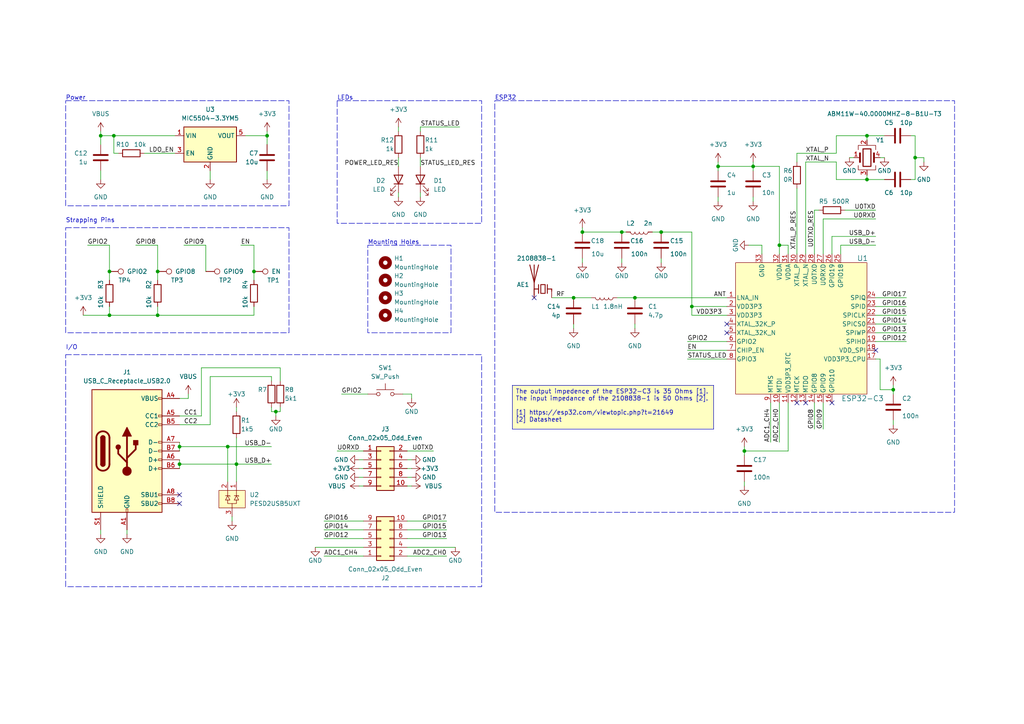
<source format=kicad_sch>
(kicad_sch (version 20230121) (generator eeschema)
  (paper "A4")
  (lib_symbols
    (symbol "Connector:TestPoint" (pin_numbers hide) (pin_names (offset 0.762) hide)
      (property "Reference" "TP" (at 0 6.858 0))
      (property "Value" "TestPoint" (at 0 5.08 0))
      (symbol "TestPoint_0_1"
        (circle (center 0 3.302) (radius 0.762))
      )
      (symbol "TestPoint_1_1"
        (pin passive line (at 0 0 90) (length 2.54) (name "1") (number "1"))
      )
    )
    (symbol "Connector:USB_C_Receptacle_USB2.0" (pin_names (offset 1.016))
      (property "Reference" "J" (at -10.16 19.05 0))
      (property "Value" "USB_C_Receptacle_USB2.0" (at 19.05 19.05 0))
      (symbol "USB_C_Receptacle_USB2.0_0_0"
        (rectangle (start -0.254 -17.78) (end 0.254 -16.764))
        (rectangle (start 10.16 -14.986) (end 9.144 -15.494))
        (rectangle (start 10.16 -12.446) (end 9.144 -12.954))
        (rectangle (start 10.16 -4.826) (end 9.144 -5.334))
        (rectangle (start 10.16 -2.286) (end 9.144 -2.794))
        (rectangle (start 10.16 0.254) (end 9.144 -0.254))
        (rectangle (start 10.16 2.794) (end 9.144 2.286))
        (rectangle (start 10.16 7.874) (end 9.144 7.366))
        (rectangle (start 10.16 10.414) (end 9.144 9.906))
        (rectangle (start 10.16 15.494) (end 9.144 14.986))
      )
      (symbol "USB_C_Receptacle_USB2.0_0_1"
        (rectangle (start -10.16 17.78) (end 10.16 -17.78) (stroke (width 0.254)) (fill (type background)))
        (arc (start -8.89 -3.81) (mid -6.985 -5.7067) (end -5.08 -3.81) (stroke (width 0.508)))
        (arc (start -7.62 -3.81) (mid -6.985 -4.4423) (end -6.35 -3.81) (stroke (width 0.254)))
        (arc (start -7.62 -3.81) (mid -6.985 -4.4423) (end -6.35 -3.81) (stroke (width 0.254)) (fill (type outline)))
        (rectangle (start -7.62 -3.81) (end -6.35 3.81) (stroke (width 0.254)) (fill (type outline)))
        (arc (start -6.35 3.81) (mid -6.985 4.4423) (end -7.62 3.81) (stroke (width 0.254)))
        (arc (start -6.35 3.81) (mid -6.985 4.4423) (end -7.62 3.81) (stroke (width 0.254)) (fill (type outline)))
        (arc (start -5.08 3.81) (mid -6.985 5.7067) (end -8.89 3.81) (stroke (width 0.508)))
        (circle (center -2.54 1.143) (radius 0.635) (stroke (width 0.254)) (fill (type outline)))
        (circle (center 0 -5.842) (radius 1.27) (fill (type outline)))
        (polyline (pts (xy -8.89 -3.81) (xy -8.89 3.81)) (stroke (width 0.508)))
        (polyline (pts (xy -5.08 3.81) (xy -5.08 -3.81)) (stroke (width 0.508)))
        (polyline (pts (xy 0 -5.842) (xy 0 4.318)) (stroke (width 0.508)))
        (polyline (pts (xy 0 -3.302) (xy -2.54 -0.762) (xy -2.54 0.508)) (stroke (width 0.508)))
        (polyline (pts (xy 0 -2.032) (xy 2.54 0.508) (xy 2.54 1.778)) (stroke (width 0.508)))
        (polyline (pts (xy -1.27 4.318) (xy 0 6.858) (xy 1.27 4.318) (xy -1.27 4.318)) (stroke (width 0.254)) (fill (type outline)))
        (rectangle (start 1.905 1.778) (end 3.175 3.048) (stroke (width 0.254)) (fill (type outline)))
      )
      (symbol "USB_C_Receptacle_USB2.0_1_1"
        (pin passive line (at 0 -22.86 90) (length 5.08) (name "GND") (number "A1"))
        (pin passive line (at 0 -22.86 90) (length 5.08) hide (name "GND") (number "A12"))
        (pin passive line (at 15.24 15.24 180) (length 5.08) (name "VBUS") (number "A4"))
        (pin bidirectional line (at 15.24 10.16 180) (length 5.08) (name "CC1") (number "A5"))
        (pin bidirectional line (at 15.24 -2.54 180) (length 5.08) (name "D+") (number "A6"))
        (pin bidirectional line (at 15.24 2.54 180) (length 5.08) (name "D-") (number "A7"))
        (pin bidirectional line (at 15.24 -12.7 180) (length 5.08) (name "SBU1") (number "A8"))
        (pin passive line (at 15.24 15.24 180) (length 5.08) hide (name "VBUS") (number "A9"))
        (pin passive line (at 0 -22.86 90) (length 5.08) hide (name "GND") (number "B1"))
        (pin passive line (at 0 -22.86 90) (length 5.08) hide (name "GND") (number "B12"))
        (pin passive line (at 15.24 15.24 180) (length 5.08) hide (name "VBUS") (number "B4"))
        (pin bidirectional line (at 15.24 7.62 180) (length 5.08) (name "CC2") (number "B5"))
        (pin bidirectional line (at 15.24 -5.08 180) (length 5.08) (name "D+") (number "B6"))
        (pin bidirectional line (at 15.24 0 180) (length 5.08) (name "D-") (number "B7"))
        (pin bidirectional line (at 15.24 -15.24 180) (length 5.08) (name "SBU2") (number "B8"))
        (pin passive line (at 15.24 15.24 180) (length 5.08) hide (name "VBUS") (number "B9"))
        (pin passive line (at -7.62 -22.86 90) (length 5.08) (name "SHIELD") (number "S1"))
      )
    )
    (symbol "Connector_Generic:Conn_02x05_Odd_Even" (pin_names (offset 1.016) hide)
      (property "Reference" "J" (at 1.27 7.62 0))
      (property "Value" "Conn_02x05_Odd_Even" (at 1.27 -7.62 0))
      (symbol "Conn_02x05_Odd_Even_1_1"
        (rectangle (start -1.27 -4.953) (end 0 -5.207) (stroke (width 0.1524)))
        (rectangle (start -1.27 -2.413) (end 0 -2.667) (stroke (width 0.1524)))
        (rectangle (start -1.27 0.127) (end 0 -0.127) (stroke (width 0.1524)))
        (rectangle (start -1.27 2.667) (end 0 2.413) (stroke (width 0.1524)))
        (rectangle (start -1.27 5.207) (end 0 4.953) (stroke (width 0.1524)))
        (rectangle (start -1.27 6.35) (end 3.81 -6.35) (stroke (width 0.254)) (fill (type background)))
        (rectangle (start 3.81 -4.953) (end 2.54 -5.207) (stroke (width 0.1524)))
        (rectangle (start 3.81 -2.413) (end 2.54 -2.667) (stroke (width 0.1524)))
        (rectangle (start 3.81 0.127) (end 2.54 -0.127) (stroke (width 0.1524)))
        (rectangle (start 3.81 2.667) (end 2.54 2.413) (stroke (width 0.1524)))
        (rectangle (start 3.81 5.207) (end 2.54 4.953) (stroke (width 0.1524)))
        (pin passive line (at -5.08 5.08 0) (length 3.81) (name "Pin_1") (number "1"))
        (pin passive line (at 7.62 -5.08 180) (length 3.81) (name "Pin_10") (number "10"))
        (pin passive line (at 7.62 5.08 180) (length 3.81) (name "Pin_2") (number "2"))
        (pin passive line (at -5.08 2.54 0) (length 3.81) (name "Pin_3") (number "3"))
        (pin passive line (at 7.62 2.54 180) (length 3.81) (name "Pin_4") (number "4"))
        (pin passive line (at -5.08 0 0) (length 3.81) (name "Pin_5") (number "5"))
        (pin passive line (at 7.62 0 180) (length 3.81) (name "Pin_6") (number "6"))
        (pin passive line (at -5.08 -2.54 0) (length 3.81) (name "Pin_7") (number "7"))
        (pin passive line (at 7.62 -2.54 180) (length 3.81) (name "Pin_8") (number "8"))
        (pin passive line (at -5.08 -5.08 0) (length 3.81) (name "Pin_9") (number "9"))
      )
    )
    (symbol "Device:Antenna_Chip" (pin_numbers hide) (pin_names (offset 1.016) hide)
      (property "Reference" "AE" (at 0 5.08 0))
      (property "Value" "Antenna_Chip" (at 0 3.175 0))
      (symbol "Antenna_Chip_0_1"
        (polyline (pts (xy -2.54 0) (xy -2.54 -0.635)) (stroke (width 0.254)))
        (polyline (pts (xy -2.54 0) (xy -1.27 0)) (stroke (width 0.254)))
        (polyline (pts (xy 1.27 0) (xy 2.54 0)) (stroke (width 0.254)))
        (polyline (pts (xy 1.27 1.27) (xy 1.27 -1.27)) (stroke (width 0.254)))
        (polyline (pts (xy 2.54 -0.635) (xy 2.54 0)))
        (polyline (pts (xy 2.54 6.985) (xy 2.54 -1.905)) (stroke (width 0.254)))
        (polyline (pts (xy -1.27 1.27) (xy -1.27 -1.27) (xy -1.27 0)) (stroke (width 0.254)))
        (polyline (pts (xy 3.81 6.985) (xy 2.54 1.905) (xy 1.27 6.985)) (stroke (width 0.254)))
        (polyline (pts (xy -0.635 1.27) (xy 0.635 1.27) (xy 0.635 -1.27) (xy -0.635 -1.27) (xy -0.635 1.27)) (stroke (width 0.254)))
      )
      (symbol "Antenna_Chip_1_1"
        (pin input line (at -2.54 -2.54 90) (length 2.54) (name "FEED") (number "1"))
        (pin passive line (at 2.54 -2.54 90) (length 2.54) (name "PCB_Trace") (number "2"))
      )
    )
    (symbol "Device:C" (pin_numbers hide) (pin_names (offset 0.254))
      (property "Reference" "C" (at 0.635 2.54 0))
      (property "Value" "C" (at 0.635 -2.54 0))
      (symbol "C_0_1"
        (polyline (pts (xy -2.032 -0.762) (xy 2.032 -0.762)) (stroke (width 0.508)))
        (polyline (pts (xy -2.032 0.762) (xy 2.032 0.762)) (stroke (width 0.508)))
      )
      (symbol "C_1_1"
        (pin passive line (at 0 3.81 270) (length 2.794) (name "~") (number "1"))
        (pin passive line (at 0 -3.81 90) (length 2.794) (name "~") (number "2"))
      )
    )
    (symbol "Device:Crystal_GND23" (pin_names (offset 1.016) hide)
      (property "Reference" "Y" (at 3.175 5.08 0))
      (property "Value" "Crystal_GND23" (at 3.175 3.175 0))
      (symbol "Crystal_GND23_0_1"
        (rectangle (start -1.143 2.54) (end 1.143 -2.54) (stroke (width 0.3048)))
        (polyline (pts (xy -2.54 0) (xy -2.032 0)))
        (polyline (pts (xy -2.032 -1.27) (xy -2.032 1.27)) (stroke (width 0.508)))
        (polyline (pts (xy 0 -3.81) (xy 0 -3.556)))
        (polyline (pts (xy 0 3.556) (xy 0 3.81)))
        (polyline (pts (xy 2.032 -1.27) (xy 2.032 1.27)) (stroke (width 0.508)))
        (polyline (pts (xy 2.032 0) (xy 2.54 0)))
        (polyline (pts (xy -2.54 -2.286) (xy -2.54 -3.556) (xy 2.54 -3.556) (xy 2.54 -2.286)))
        (polyline (pts (xy -2.54 2.286) (xy -2.54 3.556) (xy 2.54 3.556) (xy 2.54 2.286)))
      )
      (symbol "Crystal_GND23_1_1"
        (pin passive line (at -3.81 0 0) (length 1.27) (name "1") (number "1"))
        (pin passive line (at 0 5.08 270) (length 1.27) (name "2") (number "2"))
        (pin passive line (at 0 -5.08 90) (length 1.27) (name "3") (number "3"))
        (pin passive line (at 3.81 0 180) (length 1.27) (name "4") (number "4"))
      )
    )
    (symbol "Device:L" (pin_numbers hide) (pin_names (offset 1.016) hide)
      (property "Reference" "L" (at -1.27 0 90))
      (property "Value" "L" (at 1.905 0 90))
      (symbol "L_0_1"
        (arc (start 0 -2.54) (mid 0.6323 -1.905) (end 0 -1.27))
        (arc (start 0 -1.27) (mid 0.6323 -0.635) (end 0 0))
        (arc (start 0 0) (mid 0.6323 0.635) (end 0 1.27))
        (arc (start 0 1.27) (mid 0.6323 1.905) (end 0 2.54))
      )
      (symbol "L_1_1"
        (pin passive line (at 0 3.81 270) (length 1.27) (name "1") (number "1"))
        (pin passive line (at 0 -3.81 90) (length 1.27) (name "2") (number "2"))
      )
    )
    (symbol "Device:LED" (pin_numbers hide) (pin_names (offset 1.016) hide)
      (property "Reference" "D" (at 0 2.54 0))
      (property "Value" "LED" (at 0 -2.54 0))
      (symbol "LED_0_1"
        (polyline (pts (xy -1.27 -1.27) (xy -1.27 1.27)) (stroke (width 0.254)))
        (polyline (pts (xy -1.27 0) (xy 1.27 0)))
        (polyline (pts (xy 1.27 -1.27) (xy 1.27 1.27) (xy -1.27 0) (xy 1.27 -1.27)) (stroke (width 0.254)))
        (polyline (pts (xy -3.048 -0.762) (xy -4.572 -2.286) (xy -3.81 -2.286) (xy -4.572 -2.286) (xy -4.572 -1.524)))
        (polyline (pts (xy -1.778 -0.762) (xy -3.302 -2.286) (xy -2.54 -2.286) (xy -3.302 -2.286) (xy -3.302 -1.524)))
      )
      (symbol "LED_1_1"
        (pin passive line (at -3.81 0 0) (length 2.54) (name "K") (number "1"))
        (pin passive line (at 3.81 0 180) (length 2.54) (name "A") (number "2"))
      )
    )
    (symbol "Device:R" (pin_numbers hide) (pin_names (offset 0))
      (property "Reference" "R" (at 2.032 0 90))
      (property "Value" "R" (at 0 0 90))
      (symbol "R_0_1"
        (rectangle (start -1.016 -2.54) (end 1.016 2.54) (stroke (width 0.254)))
      )
      (symbol "R_1_1"
        (pin passive line (at 0 3.81 270) (length 1.27) (name "~") (number "1"))
        (pin passive line (at 0 -3.81 90) (length 1.27) (name "~") (number "2"))
      )
    )
    (symbol "Mechanical:MountingHole" (pin_names (offset 1.016))
      (property "Reference" "H" (at 0 5.08 0))
      (property "Value" "MountingHole" (at 0 3.175 0))
      (symbol "MountingHole_0_1"
        (circle (center 0 0) (radius 1.27) (stroke (width 1.27)))
      )
    )
    (symbol "Regulator_Linear:MIC5504-3.3YM5"
      (property "Reference" "U" (at -7.62 8.89 0))
      (property "Value" "MIC5504-3.3YM5" (at -7.62 6.35 0))
      (symbol "MIC5504-3.3YM5_0_1"
        (rectangle (start -7.62 -5.08) (end 7.62 5.08) (stroke (width 0.254)) (fill (type background)))
      )
      (symbol "MIC5504-3.3YM5_1_1"
        (pin power_in line (at -10.16 2.54 0) (length 2.54) (name "VIN") (number "1"))
        (pin power_in line (at 0 -7.62 90) (length 2.54) (name "GND") (number "2"))
        (pin input line (at -10.16 -2.54 0) (length 2.54) (name "EN") (number "3"))
        (pin no_connect line (at 7.62 -2.54 180) (length 2.54) hide (name "NC") (number "4"))
        (pin power_out line (at 10.16 2.54 180) (length 2.54) (name "VOUT") (number "5"))
      )
    )
    (symbol "Switch:SW_Push" (pin_numbers hide) (pin_names (offset 1.016) hide)
      (property "Reference" "SW" (at 1.27 2.54 0))
      (property "Value" "SW_Push" (at 0 -1.524 0))
      (symbol "SW_Push_0_1"
        (circle (center -2.032 0) (radius 0.508))
        (polyline (pts (xy 0 1.27) (xy 0 3.048)))
        (polyline (pts (xy 2.54 1.27) (xy -2.54 1.27)))
        (circle (center 2.032 0) (radius 0.508))
        (pin passive line (at -5.08 0 0) (length 2.54) (name "1") (number "1"))
        (pin passive line (at 5.08 0 180) (length 2.54) (name "2") (number "2"))
      )
    )
    (symbol "encyclopedia_galactica:ESP32-C3" (pin_names (offset 0.254))
      (property "Reference" "U" (at 0 43.18 0))
      (property "Value" "ESP32-C3" (at 0 40.64 0))
      (symbol "ESP32-C3_0_1"
        (pin bidirectional line (at -21.59 8.89 0) (length 2.54) (name "LNA_IN") (number "1"))
        (pin bidirectional line (at -6.35 -21.59 90) (length 2.54) (name "MTDI") (number "10"))
        (pin power_in line (at -3.81 -21.59 90) (length 2.54) (name "VDD3P3_RTC") (number "11"))
        (pin bidirectional line (at -1.27 -21.59 90) (length 2.54) (name "MTCK") (number "12"))
        (pin bidirectional line (at 1.27 -21.59 90) (length 2.54) (name "MTDO") (number "13"))
        (pin bidirectional line (at 3.81 -21.59 90) (length 2.54) (name "GPIO8") (number "14"))
        (pin bidirectional line (at 6.35 -21.59 90) (length 2.54) (name "GPIO9") (number "15"))
        (pin bidirectional line (at 8.89 -21.59 90) (length 2.54) (name "GPIO10") (number "16"))
        (pin power_in line (at 21.59 -8.89 180) (length 2.54) (name "VDD3P3_CPU") (number "17"))
        (pin power_in line (at 21.59 -6.35 180) (length 2.54) (name "VDD_SPI") (number "18"))
        (pin bidirectional line (at 21.59 -3.81 180) (length 2.54) (name "SPIHD") (number "19"))
        (pin power_in line (at -21.59 6.35 0) (length 2.54) (name "VDD3P3") (number "2"))
        (pin bidirectional line (at 21.59 -1.27 180) (length 2.54) (name "SPIWP") (number "20"))
        (pin bidirectional line (at 21.59 1.27 180) (length 2.54) (name "SPICS0") (number "21"))
        (pin bidirectional line (at 21.59 3.81 180) (length 2.54) (name "SPICLK") (number "22"))
        (pin bidirectional line (at 21.59 6.35 180) (length 2.54) (name "SPID") (number "23"))
        (pin bidirectional line (at 21.59 8.89 180) (length 2.54) (name "SPIQ") (number "24"))
        (pin bidirectional line (at 11.43 21.59 270) (length 2.54) (name "GPIO18") (number "25"))
        (pin bidirectional line (at 8.89 21.59 270) (length 2.54) (name "GPIO19") (number "26"))
        (pin bidirectional line (at 6.35 21.59 270) (length 2.54) (name "U0RXD") (number "27"))
        (pin bidirectional line (at 3.81 21.59 270) (length 2.54) (name "U0TXD") (number "28"))
        (pin output line (at 1.27 21.59 270) (length 2.54) (name "XTAL_N") (number "29"))
        (pin power_in line (at -21.59 3.81 0) (length 2.54) (name "VDD3P3") (number "3"))
        (pin input line (at -1.27 21.59 270) (length 2.54) (name "XTAL_P") (number "30"))
        (pin power_in line (at -3.81 21.59 270) (length 2.54) (name "VDDA") (number "31"))
        (pin power_in line (at -6.35 21.59 270) (length 2.54) (name "VDDA") (number "32"))
        (pin power_out line (at -11.43 21.59 270) (length 2.54) (name "GND") (number "33"))
        (pin bidirectional line (at -21.59 1.27 0) (length 2.54) (name "XTAL_32K_P") (number "4"))
        (pin bidirectional line (at -21.59 -1.27 0) (length 2.54) (name "XTAL_32K_N") (number "5"))
        (pin bidirectional line (at -21.59 -3.81 0) (length 2.54) (name "GPIO2") (number "6"))
        (pin input line (at -21.59 -6.35 0) (length 2.54) (name "CHIP_EN") (number "7"))
        (pin bidirectional line (at -21.59 -8.89 0) (length 2.54) (name "GPIO3") (number "8"))
        (pin bidirectional line (at -8.89 -21.59 90) (length 2.54) (name "MTMS") (number "9"))
      )
      (symbol "ESP32-C3_1_1"
        (rectangle (start -19.05 19.05) (end 19.05 -19.05) (fill (type background)))
      )
    )
    (symbol "encyclopedia_galactica:PESD2USB5UXT"
      (property "Reference" "U" (at 0 24.13 0))
      (property "Value" "PESD2USB5UXT" (at 0 21.59 0))
      (symbol "PESD2USB5UXT_1_1"
        (rectangle (start -3.81 2.54) (end 3.81 -2.54) (fill (type background)))
        (polyline (pts (xy -1.905 1.016) (xy -0.635 1.016)))
        (polyline (pts (xy -1.27 1.016) (xy -1.27 2.54)))
        (polyline (pts (xy -0.635 1.016) (xy -0.635 0.762)))
        (polyline (pts (xy 0 -1.27) (xy 0 -2.54)))
        (polyline (pts (xy 0.635 1.016) (xy 1.905 1.016)))
        (polyline (pts (xy 1.27 1.016) (xy 1.27 2.54)))
        (polyline (pts (xy 1.905 1.016) (xy 1.905 0.762)))
        (polyline (pts (xy -1.905 -0.254) (xy -1.27 1.016) (xy -0.635 -0.254) (xy -1.905 -0.254)))
        (polyline (pts (xy -1.27 -0.254) (xy -1.27 -1.27) (xy 1.27 -1.27) (xy 1.27 -0.254)))
        (polyline (pts (xy 0.635 -0.254) (xy 1.27 1.016) (xy 1.905 -0.254) (xy 0.635 -0.254)))
        (pin open_collector line (at 1.27 5.08 270) (length 2.54) (name "") (number "1"))
        (pin open_collector line (at -1.27 5.08 270) (length 2.54) (name "") (number "2"))
        (pin power_out line (at 0 -5.08 90) (length 2.54) (name "") (number "3"))
      )
    )
    (symbol "power:+3V3" (power) (pin_names (offset 0))
      (property "Value" "+3V3" (at 0 3.556 0))
      (symbol "+3V3_0_1"
        (polyline (pts (xy -0.762 1.27) (xy 0 2.54)))
        (polyline (pts (xy 0 0) (xy 0 2.54)))
        (polyline (pts (xy 0 2.54) (xy 0.762 1.27)))
      )
      (symbol "+3V3_1_1"
        (pin power_in line (at 0 0 90) (length 0) hide (name "+3V3") (number "1"))
      )
    )
    (symbol "power:GND" (power) (pin_names (offset 0))
      (property "Value" "GND" (at 0 -3.81 0))
      (symbol "GND_0_1"
        (polyline (pts (xy 0 0) (xy 0 -1.27) (xy 1.27 -1.27) (xy 0 -2.54) (xy -1.27 -1.27) (xy 0 -1.27)))
      )
      (symbol "GND_1_1"
        (pin power_in line (at 0 0 270) (length 0) hide (name "GND") (number "1"))
      )
    )
    (symbol "power:VBUS" (power) (pin_names (offset 0))
      (property "Value" "VBUS" (at 0 3.81 0))
      (symbol "VBUS_0_1"
        (polyline (pts (xy -0.762 1.27) (xy 0 2.54)))
        (polyline (pts (xy 0 0) (xy 0 2.54)))
        (polyline (pts (xy 0 2.54) (xy 0.762 1.27)))
      )
      (symbol "VBUS_1_1"
        (pin power_in line (at 0 0 90) (length 0) hide (name "VBUS") (number "1"))
      )
    )
  )
  (junction (at 29.21 39.37))
  (junction (at 184.15 86.36))
  (junction (at 226.06 71.12))
  (junction (at 168.91 67.31))
  (junction (at 45.72 78.74))
  (junction (at 31.75 91.44))
  (junction (at 77.47 39.37))
  (junction (at 208.28 48.26))
  (junction (at 68.58 134.62))
  (junction (at 180.34 67.31))
  (junction (at 66.04 129.54))
  (junction (at 52.07 134.62))
  (junction (at 215.9 130.81))
  (junction (at 218.44 48.26))
  (junction (at 52.07 129.54))
  (junction (at 33.02 39.37))
  (junction (at 80.01 119.38))
  (junction (at 31.75 78.74))
  (junction (at 73.66 78.74))
  (junction (at 191.77 67.31))
  (junction (at 259.08 113.03))
  (junction (at 265.43 45.72))
  (junction (at 45.72 91.44))
  (junction (at 251.46 39.37))
  (junction (at 200.66 88.9))
  (junction (at 166.37 86.36))
  (junction (at 251.46 52.07))
  (no_connect (at 241.3 116.84))
  (no_connect (at 210.82 93.98))
  (no_connect (at 52.07 143.51))
  (no_connect (at 231.14 116.84))
  (no_connect (at 254 101.6))
  (no_connect (at 52.07 146.05))
  (no_connect (at 233.68 116.84))
  (no_connect (at 210.82 96.52))
  (no_connect (at 154.94 86.36))
  (wire (pts (xy 52.07 134.62) (xy 68.58 134.62)))
  (wire (pts (xy 52.07 133.35) (xy 52.07 134.62)))
  (wire (pts (xy 25.4 71.12) (xy 31.75 71.12)))
  (wire (pts (xy 33.02 39.37) (xy 50.8 39.37)))
  (wire (pts (xy 254 86.36) (xy 262.89 86.36)))
  (wire (pts (xy 121.92 55.88) (xy 121.92 57.15)))
  (wire (pts (xy 236.22 60.96) (xy 236.22 73.66)))
  (wire (pts (xy 199.39 99.06) (xy 210.82 99.06)))
  (wire (pts (xy 267.97 45.72) (xy 265.43 45.72)))
  (wire (pts (xy 125.73 130.81) (xy 118.11 130.81)))
  (wire (pts (xy 218.44 57.15) (xy 218.44 58.42)))
  (wire (pts (xy 254 91.44) (xy 262.89 91.44)))
  (wire (pts (xy 168.91 67.31) (xy 180.34 67.31)))
  (wire (pts (xy 116.84 114.3) (xy 119.38 114.3)))
  (wire (pts (xy 231.14 44.45) (xy 242.57 44.45)))
  (wire (pts (xy 254 88.9) (xy 262.89 88.9)))
  (wire (pts (xy 31.75 81.28) (xy 31.75 78.74)))
  (wire (pts (xy 254 63.5) (xy 238.76 63.5)))
  (wire (pts (xy 226.06 48.26) (xy 226.06 71.12)))
  (wire (pts (xy 251.46 39.37) (xy 251.46 40.64)))
  (wire (pts (xy 255.27 113.03) (xy 255.27 104.14)))
  (wire (pts (xy 242.57 52.07) (xy 242.57 46.99)))
  (wire (pts (xy 241.3 68.58) (xy 241.3 73.66)))
  (wire (pts (xy 118.11 153.67) (xy 129.54 153.67)))
  (wire (pts (xy 133.35 36.83) (xy 121.92 36.83)))
  (wire (pts (xy 36.83 153.67) (xy 36.83 154.94)))
  (wire (pts (xy 29.21 39.37) (xy 33.02 39.37)))
  (wire (pts (xy 54.61 115.57) (xy 54.61 114.3)))
  (wire (pts (xy 52.07 120.65) (xy 58.42 120.65)))
  (wire (pts (xy 247.65 45.72) (xy 246.38 45.72)))
  (wire (pts (xy 180.34 74.93) (xy 180.34 76.2)))
  (wire (pts (xy 233.68 46.99) (xy 233.68 73.66)))
  (wire (pts (xy 97.79 130.81) (xy 105.41 130.81)))
  (wire (pts (xy 81.28 118.11) (xy 81.28 119.38)))
  (wire (pts (xy 104.14 135.89) (xy 105.41 135.89)))
  (wire (pts (xy 66.04 129.54) (xy 78.74 129.54)))
  (wire (pts (xy 184.15 86.36) (xy 210.82 86.36)))
  (wire (pts (xy 78.74 109.22) (xy 78.74 110.49)))
  (wire (pts (xy 215.9 130.81) (xy 215.9 129.54)))
  (wire (pts (xy 118.11 156.21) (xy 129.54 156.21)))
  (wire (pts (xy 73.66 71.12) (xy 73.66 78.74)))
  (wire (pts (xy 29.21 153.67) (xy 29.21 154.94)))
  (wire (pts (xy 259.08 111.76) (xy 259.08 113.03)))
  (wire (pts (xy 118.11 161.29) (xy 129.54 161.29)))
  (wire (pts (xy 168.91 74.93) (xy 168.91 76.2)))
  (wire (pts (xy 243.84 71.12) (xy 254 71.12)))
  (wire (pts (xy 68.58 118.11) (xy 68.58 119.38)))
  (wire (pts (xy 68.58 134.62) (xy 78.74 134.62)))
  (wire (pts (xy 115.57 36.83) (xy 115.57 38.1)))
  (wire (pts (xy 41.91 44.45) (xy 50.8 44.45)))
  (wire (pts (xy 226.06 116.84) (xy 226.06 128.27)))
  (wire (pts (xy 255.27 113.03) (xy 259.08 113.03)))
  (wire (pts (xy 208.28 46.99) (xy 208.28 48.26)))
  (wire (pts (xy 226.06 71.12) (xy 228.6 71.12)))
  (wire (pts (xy 242.57 39.37) (xy 242.57 44.45)))
  (wire (pts (xy 233.68 46.99) (xy 242.57 46.99)))
  (wire (pts (xy 191.77 74.93) (xy 191.77 76.2)))
  (wire (pts (xy 104.14 140.97) (xy 105.41 140.97)))
  (wire (pts (xy 166.37 86.36) (xy 171.45 86.36)))
  (wire (pts (xy 256.54 52.07) (xy 251.46 52.07)))
  (wire (pts (xy 119.38 114.3) (xy 119.38 115.57)))
  (wire (pts (xy 73.66 91.44) (xy 73.66 88.9)))
  (wire (pts (xy 264.16 52.07) (xy 265.43 52.07)))
  (wire (pts (xy 199.39 101.6) (xy 210.82 101.6)))
  (wire (pts (xy 93.98 151.13) (xy 105.41 151.13)))
  (wire (pts (xy 118.11 140.97) (xy 119.38 140.97)))
  (wire (pts (xy 31.75 71.12) (xy 31.75 78.74)))
  (wire (pts (xy 52.07 129.54) (xy 66.04 129.54)))
  (wire (pts (xy 91.44 158.75) (xy 105.41 158.75)))
  (wire (pts (xy 34.29 44.45) (xy 33.02 44.45)))
  (wire (pts (xy 231.14 54.61) (xy 231.14 73.66)))
  (wire (pts (xy 259.08 121.92) (xy 259.08 123.19)))
  (wire (pts (xy 99.06 114.3) (xy 106.68 114.3)))
  (wire (pts (xy 200.66 67.31) (xy 191.77 67.31)))
  (wire (pts (xy 243.84 71.12) (xy 243.84 73.66)))
  (wire (pts (xy 265.43 39.37) (xy 264.16 39.37)))
  (wire (pts (xy 81.28 106.68) (xy 81.28 110.49)))
  (wire (pts (xy 71.12 39.37) (xy 77.47 39.37)))
  (wire (pts (xy 68.58 134.62) (xy 68.58 139.7)))
  (wire (pts (xy 231.14 44.45) (xy 231.14 46.99)))
  (wire (pts (xy 104.14 138.43) (xy 105.41 138.43)))
  (wire (pts (xy 121.92 45.72) (xy 121.92 48.26)))
  (wire (pts (xy 52.07 128.27) (xy 52.07 129.54)))
  (wire (pts (xy 80.01 119.38) (xy 80.01 120.65)))
  (wire (pts (xy 251.46 52.07) (xy 251.46 50.8)))
  (wire (pts (xy 223.52 116.84) (xy 223.52 128.27)))
  (wire (pts (xy 39.37 71.12) (xy 45.72 71.12)))
  (wire (pts (xy 115.57 45.72) (xy 115.57 48.26)))
  (wire (pts (xy 45.72 91.44) (xy 45.72 88.9)))
  (wire (pts (xy 208.28 48.26) (xy 218.44 48.26)))
  (wire (pts (xy 132.08 158.75) (xy 118.11 158.75)))
  (wire (pts (xy 189.23 67.31) (xy 191.77 67.31)))
  (wire (pts (xy 77.47 49.53) (xy 77.47 52.07)))
  (wire (pts (xy 238.76 116.84) (xy 238.76 124.46)))
  (wire (pts (xy 58.42 120.65) (xy 58.42 106.68)))
  (wire (pts (xy 215.9 130.81) (xy 228.6 130.81)))
  (wire (pts (xy 118.11 133.35) (xy 119.38 133.35)))
  (wire (pts (xy 254 96.52) (xy 262.89 96.52)))
  (wire (pts (xy 215.9 139.7) (xy 215.9 140.97)))
  (wire (pts (xy 58.42 106.68) (xy 81.28 106.68)))
  (wire (pts (xy 179.07 86.36) (xy 184.15 86.36)))
  (wire (pts (xy 77.47 38.1) (xy 77.47 39.37)))
  (wire (pts (xy 184.15 93.98) (xy 184.15 95.25)))
  (wire (pts (xy 118.11 135.89) (xy 119.38 135.89)))
  (wire (pts (xy 45.72 78.74) (xy 45.72 81.28)))
  (wire (pts (xy 255.27 104.14) (xy 254 104.14)))
  (wire (pts (xy 45.72 91.44) (xy 73.66 91.44)))
  (wire (pts (xy 245.11 60.96) (xy 254 60.96)))
  (wire (pts (xy 259.08 113.03) (xy 259.08 114.3)))
  (wire (pts (xy 236.22 116.84) (xy 236.22 124.46)))
  (wire (pts (xy 93.98 153.67) (xy 105.41 153.67)))
  (wire (pts (xy 53.34 71.12) (xy 59.69 71.12)))
  (wire (pts (xy 68.58 127) (xy 68.58 134.62)))
  (wire (pts (xy 118.11 151.13) (xy 129.54 151.13)))
  (wire (pts (xy 218.44 48.26) (xy 226.06 48.26)))
  (wire (pts (xy 77.47 41.91) (xy 77.47 39.37)))
  (wire (pts (xy 104.14 133.35) (xy 105.41 133.35)))
  (wire (pts (xy 265.43 52.07) (xy 265.43 45.72)))
  (wire (pts (xy 200.66 91.44) (xy 200.66 88.9)))
  (wire (pts (xy 31.75 91.44) (xy 45.72 91.44)))
  (wire (pts (xy 52.07 123.19) (xy 60.96 123.19)))
  (wire (pts (xy 180.34 67.31) (xy 181.61 67.31)))
  (wire (pts (xy 78.74 118.11) (xy 78.74 119.38)))
  (wire (pts (xy 29.21 38.1) (xy 29.21 39.37)))
  (wire (pts (xy 254 68.58) (xy 241.3 68.58)))
  (wire (pts (xy 166.37 93.98) (xy 166.37 95.25)))
  (wire (pts (xy 254 93.98) (xy 262.89 93.98)))
  (wire (pts (xy 265.43 45.72) (xy 265.43 39.37)))
  (wire (pts (xy 52.07 115.57) (xy 54.61 115.57)))
  (wire (pts (xy 218.44 46.99) (xy 218.44 48.26)))
  (wire (pts (xy 24.13 91.44) (xy 31.75 91.44)))
  (wire (pts (xy 228.6 71.12) (xy 228.6 73.66)))
  (wire (pts (xy 60.96 49.53) (xy 60.96 52.07)))
  (wire (pts (xy 242.57 52.07) (xy 251.46 52.07)))
  (wire (pts (xy 208.28 57.15) (xy 208.28 58.42)))
  (wire (pts (xy 31.75 91.44) (xy 31.75 88.9)))
  (wire (pts (xy 226.06 71.12) (xy 226.06 73.66)))
  (wire (pts (xy 215.9 132.08) (xy 215.9 130.81)))
  (wire (pts (xy 80.01 119.38) (xy 81.28 119.38)))
  (wire (pts (xy 218.44 48.26) (xy 218.44 49.53)))
  (wire (pts (xy 251.46 39.37) (xy 242.57 39.37)))
  (wire (pts (xy 67.31 149.86) (xy 67.31 151.13)))
  (wire (pts (xy 267.97 46.99) (xy 267.97 45.72)))
  (wire (pts (xy 93.98 156.21) (xy 105.41 156.21)))
  (wire (pts (xy 256.54 39.37) (xy 251.46 39.37)))
  (wire (pts (xy 254 99.06) (xy 262.89 99.06)))
  (wire (pts (xy 73.66 81.28) (xy 73.66 78.74)))
  (wire (pts (xy 45.72 71.12) (xy 45.72 78.74)))
  (wire (pts (xy 52.07 129.54) (xy 52.07 130.81)))
  (wire (pts (xy 78.74 119.38) (xy 80.01 119.38)))
  (wire (pts (xy 52.07 134.62) (xy 52.07 135.89)))
  (wire (pts (xy 200.66 88.9) (xy 200.66 67.31)))
  (wire (pts (xy 118.11 138.43) (xy 119.38 138.43)))
  (wire (pts (xy 199.39 104.14) (xy 210.82 104.14)))
  (wire (pts (xy 160.02 86.36) (xy 166.37 86.36)))
  (wire (pts (xy 66.04 129.54) (xy 66.04 139.7)))
  (wire (pts (xy 29.21 39.37) (xy 29.21 41.91)))
  (wire (pts (xy 60.96 123.19) (xy 60.96 109.22)))
  (wire (pts (xy 238.76 63.5) (xy 238.76 73.66)))
  (wire (pts (xy 59.69 71.12) (xy 59.69 78.74)))
  (wire (pts (xy 93.98 161.29) (xy 105.41 161.29)))
  (wire (pts (xy 256.54 45.72) (xy 255.27 45.72)))
  (wire (pts (xy 29.21 49.53) (xy 29.21 52.07)))
  (wire (pts (xy 69.85 71.12) (xy 73.66 71.12)))
  (wire (pts (xy 60.96 109.22) (xy 78.74 109.22)))
  (wire (pts (xy 200.66 88.9) (xy 210.82 88.9)))
  (wire (pts (xy 236.22 60.96) (xy 237.49 60.96)))
  (wire (pts (xy 121.92 36.83) (xy 121.92 38.1)))
  (wire (pts (xy 210.82 91.44) (xy 200.66 91.44)))
  (wire (pts (xy 220.98 71.12) (xy 220.98 73.66)))
  (wire (pts (xy 168.91 66.04) (xy 168.91 67.31)))
  (wire (pts (xy 33.02 44.45) (xy 33.02 39.37)))
  (wire (pts (xy 115.57 55.88) (xy 115.57 57.15)))
  (wire (pts (xy 208.28 48.26) (xy 208.28 49.53)))
  (wire (pts (xy 228.6 116.84) (xy 228.6 130.81)))
  (wire (pts (xy 217.17 71.12) (xy 220.98 71.12)))
  (rectangle (start 19.05 29.21) (end 83.82 59.69) (stroke (width 0) (type dash)))
  (rectangle (start 106.68 71.12) (end 130.81 96.52) (stroke (width 0) (type dash)))
  (rectangle (start 83.82 66.04) (end 19.05 96.52) (stroke (width 0) (type dash)))
  (rectangle (start 19.05 102.87) (end 139.7 170.18) (stroke (width 0) (type dash)))
  (rectangle (start 97.79 29.21) (end 139.7 64.77) (stroke (width 0) (type dash)))
  (rectangle (start 143.51 29.21) (end 276.86 148.59) (stroke (width 0) (type dash)))
  (text_box "The output impedence of the ESP32-C3 is 35 Ohms [1].\nThe input impedance of the 2108838-1 is 50 Ohms [2].\n\n[1] https://esp32.com/viewtopic.php?t=21649\n[2] Datasheet" (at 148.59 111.76 0) (size 58.42 12.7) (fill (type color) (color 255 255 194 1)) (effects (font (size 1.27 1.27)) (justify left top)))
  (text "ESP32" (at 143.51 29.21 0) (effects (font (size 1.27 1.27)) (justify left bottom)))
  (text "I/O" (at 19.05 101.6 0) (effects (font (size 1.27 1.27)) (justify left bottom)))
  (text "Mounting Holes" (at 106.68 71.12 0) (effects (font (size 1.27 1.27)) (justify left bottom)))
  (text "Power" (at 19.05 29.21 0) (effects (font (size 1.27 1.27)) (justify left bottom)))
  (text "Strapping Pins" (at 19.05 64.77 0) (effects (font (size 1.27 1.27)) (justify left bottom)))
  (text "LEDs" (at 97.79 29.21 0) (effects (font (size 1.27 1.27)) (justify left bottom)))
  (label "ADC1_CH4" (at 223.52 128.27 90))
  (label "U0RXD" (at 97.79 130.81 0))
  (label "GPIO2" (at 99.06 114.3 0))
  (label "GPIO12" (at 93.98 156.21 0))
  (label "EN" (at 199.39 101.6 0))
  (label "USB_D+" (at 78.74 134.62 180))
  (label "GPIO16" (at 93.98 151.13 0))
  (label "GPIO13" (at 129.54 156.21 180))
  (label "ADC1_CH4" (at 93.98 161.29 0))
  (label "USB_D+" (at 254 68.58 180))
  (label "GPIO2" (at 25.4 71.12 0))
  (label "LDO_EN" (at 43.18 44.45 0))
  (label "GPIO14" (at 262.89 93.98 180))
  (label "STATUS_LED" (at 199.39 104.14 0))
  (label "GPIO9" (at 238.76 124.46 90))
  (label "GPIO17" (at 262.89 86.36 180))
  (label "GPIO14" (at 93.98 153.67 0))
  (label "U0TXD" (at 125.73 130.81 180))
  (label "ADC2_CH0" (at 226.06 128.27 90))
  (label "STATUS_LED_RES" (at 121.92 48.26 0))
  (label "U0RXD" (at 254 63.5 180))
  (label "VDD3P3" (at 201.93 91.44 0))
  (label "ANT" (at 207.01 86.36 0))
  (label "CC1" (at 53.34 120.65 0))
  (label "USB_D-" (at 254 71.12 180))
  (label "GPIO12" (at 262.89 99.06 180))
  (label "XTAL_P" (at 233.68 44.45 0))
  (label "U0TXD" (at 254 60.96 180))
  (label "GPIO9" (at 53.34 71.12 0))
  (label "USB_D-" (at 78.74 129.54 180))
  (label "XTAL_P_RES" (at 231.14 72.39 90))
  (label "GPIO15" (at 129.54 153.67 180))
  (label "XTAL_N" (at 233.68 46.99 0))
  (label "GPIO16" (at 262.89 88.9 180))
  (label "RF" (at 161.29 86.36 0))
  (label "U0TXD_RES" (at 236.22 60.96 270))
  (label "EN" (at 69.85 71.12 0))
  (label "GPIO8" (at 39.37 71.12 0))
  (label "GPIO13" (at 262.89 96.52 180))
  (label "GPIO17" (at 129.54 151.13 180))
  (label "GPIO2" (at 199.39 99.06 0))
  (label "ADC2_CH0" (at 129.54 161.29 180))
  (label "STATUS_LED" (at 133.35 36.83 180))
  (label "CC2" (at 53.34 123.19 0))
  (label "POWER_LED_RES" (at 115.57 48.26 180))
  (label "GPIO15" (at 262.89 91.44 180))
  (label "GPIO8" (at 236.22 124.46 90))
  (symbol (lib_id "power:GND") (at 246.38 45.72 0) (mirror y) (unit 1)
    (property "Reference" "#PWR03" (effects hide))
    (property "Value" "GND" (at 246.38 49.53 0))
  )
  (symbol (lib_id "Connector:USB_C_Receptacle_USB2.0") (at 36.83 130.81 0) (unit 1)
    (property "Reference" "J1" (at 36.83 107.95 0))
    (property "Value" "USB_C_Receptacle_USB2.0" (at 36.83 110.49 0))
    (property "Footprint" "encyclopedia_galactica:USB4105-GF-A" (effects hide))
    (property "Datasheet" "https://www.usb.org/sites/default/files/documents/usb_type-c.zip" (effects hide))
  )
  (symbol (lib_id "Device:LED") (at 115.57 52.07 270) (mirror x) (unit 1)
    (property "Reference" "D2" (at 111.76 52.3875 90) (effects (justify right)))
    (property "Value" "LED" (at 111.76 54.9275 90) (effects (justify right)))
    (property "Footprint" "LED_SMD:LED_0603_1608Metric" (effects hide))
  )
  (symbol (lib_id "power:+3V3") (at 115.57 36.83 0) (mirror y) (unit 1)
    (property "Reference" "#PWR044" (effects hide))
    (property "Value" "+3V3" (at 115.57 31.75 0))
  )
  (symbol (lib_id "Device:R") (at 231.14 50.8 0) (mirror y) (unit 1)
    (property "Reference" "R6" (at 229.87 49.53 0) (effects (justify left)))
    (property "Value" "0R" (at 229.87 52.07 0) (effects (justify left)))
    (property "Footprint" "Resistor_SMD:R_0402_1005Metric" (effects hide))
  )
  (symbol (lib_id "Device:R") (at 73.66 85.09 0) (mirror x) (unit 1)
    (property "Reference" "R4" (at 71.12 82.55 90))
    (property "Value" "10k" (at 71.12 87.63 90))
    (property "Footprint" "Resistor_SMD:R_0402_1005Metric" (effects hide))
  )
  (symbol (lib_id "power:GND") (at 208.28 58.42 0) (unit 1)
    (property "Reference" "#PWR023" (effects hide))
    (property "Value" "GND" (at 208.28 63.5 0))
  )
  (symbol (lib_id "power:GND") (at 77.47 52.07 0) (unit 1)
    (property "Reference" "#PWR039" (effects hide))
    (property "Value" "GND" (at 77.47 57.15 0))
  )
  (symbol (lib_id "power:VBUS") (at 104.14 140.97 90) (unit 1)
    (property "Reference" "#PWR032" (effects hide))
    (property "Value" "VBUS" (at 100.33 140.97 90) (effects (justify left)))
  )
  (symbol (lib_id "power:GND") (at 104.14 138.43 270) (unit 1)
    (property "Reference" "#PWR030" (effects hide))
    (property "Value" "GND" (at 99.06 138.43 90))
  )
  (symbol (lib_id "Mechanical:MountingHole") (at 111.76 86.36 0) (unit 1)
    (property "Reference" "H3" (at 114.3 85.09 0) (effects (justify left)))
    (property "Value" "MountingHole" (at 114.3 87.63 0) (effects (justify left)))
    (property "Footprint" "MountingHole:MountingHole_2.2mm_M2" (effects hide))
  )
  (symbol (lib_id "power:GND") (at 180.34 76.2 0) (mirror y) (unit 1)
    (property "Reference" "#PWR018" (effects hide))
    (property "Value" "GND" (at 180.34 80.01 0))
  )
  (symbol (lib_id "Mechanical:MountingHole") (at 111.76 76.2 0) (unit 1)
    (property "Reference" "H1" (at 114.3 74.93 0) (effects (justify left)))
    (property "Value" "MountingHole" (at 114.3 77.47 0) (effects (justify left)))
    (property "Footprint" "MountingHole:MountingHole_2.2mm_M2" (effects hide))
  )
  (symbol (lib_id "Device:C") (at 168.91 71.12 0) (unit 1)
    (property "Reference" "C18" (at 175.26 69.85 0) (effects (justify right)))
    (property "Value" "10u" (at 175.26 73.66 0) (effects (justify right)))
    (property "Footprint" "Capacitor_SMD:C_0603_1608Metric" (effects hide))
  )
  (symbol (lib_id "Device:R") (at 78.74 114.3 0) (unit 1)
    (property "Reference" "R7" (at 77.47 113.03 0) (effects (justify right)))
    (property "Value" "5k1" (effects hide))
    (property "Footprint" "Resistor_SMD:R_0402_1005Metric" (effects hide))
  )
  (symbol (lib_id "power:+3V3") (at 218.44 46.99 0) (mirror y) (unit 1)
    (property "Reference" "#PWR04" (effects hide))
    (property "Value" "+3V3" (at 218.44 41.91 0))
  )
  (symbol (lib_id "power:GND") (at 60.96 52.07 0) (unit 1)
    (property "Reference" "#PWR016" (effects hide))
    (property "Value" "GND" (at 60.96 57.15 0))
  )
  (symbol (lib_id "power:+3V3") (at 208.28 46.99 0) (mirror y) (unit 1)
    (property "Reference" "#PWR022" (effects hide))
    (property "Value" "+3V3" (at 208.28 41.91 0))
  )
  (symbol (lib_id "power:GND") (at 67.31 151.13 0) (unit 1)
    (property "Reference" "#PWR038" (effects hide))
    (property "Value" "GND" (at 67.31 156.21 0))
  )
  (symbol (lib_id "Connector_Generic:Conn_02x05_Odd_Even") (at 110.49 135.89 0) (unit 1)
    (property "Reference" "J3" (at 111.76 124.46 0))
    (property "Value" "Conn_02x05_Odd_Even" (at 111.76 127 0))
    (property "Footprint" "Connector_PinHeader_2.54mm:PinHeader_2x05_P2.54mm_Vertical" (effects hide))
  )
  (symbol (lib_id "Device:C") (at 166.37 90.17 0) (unit 1)
    (property "Reference" "C14" (at 162.56 88.9 0) (effects (justify right)))
    (property "Value" "4p" (at 162.56 91.44 0) (effects (justify right)))
    (property "Footprint" "Capacitor_SMD:C_0402_1005Metric" (effects hide))
  )
  (symbol (lib_id "power:GND") (at 267.97 46.99 0) (mirror y) (unit 1)
    (property "Reference" "#PWR025" (effects hide))
    (property "Value" "GND" (at 267.97 52.07 0))
  )
  (symbol (lib_id "power:VBUS") (at 29.21 38.1 0) (unit 1)
    (property "Reference" "#PWR014" (effects hide))
    (property "Value" "VBUS" (at 29.21 33.02 0))
  )
  (symbol (lib_id "Connector:TestPoint") (at 73.66 78.74 270) (unit 1)
    (property "Reference" "TP1" (at 77.47 81.28 90) (effects (justify left)))
    (property "Value" "EN" (at 78.74 78.74 90) (effects (justify left)))
    (property "Footprint" "TestPoint:TestPoint_Pad_D1.5mm" (effects hide))
  )
  (symbol (lib_id "Connector_Generic:Conn_02x05_Odd_Even") (at 110.49 156.21 0) (mirror x) (unit 1)
    (property "Reference" "J2" (at 111.76 167.64 0))
    (property "Value" "Conn_02x05_Odd_Even" (at 111.76 165.1 0))
    (property "Footprint" "Connector_PinHeader_2.54mm:PinHeader_2x05_P2.54mm_Vertical" (effects hide))
  )
  (symbol (lib_id "power:GND") (at 218.44 58.42 0) (unit 1)
    (property "Reference" "#PWR021" (effects hide))
    (property "Value" "GND" (at 218.44 63.5 0))
  )
  (symbol (lib_id "power:GND") (at 166.37 95.25 0) (mirror y) (unit 1)
    (property "Reference" "#PWR017" (effects hide))
    (property "Value" "GND" (at 166.37 100.33 0))
  )
  (symbol (lib_id "Device:C") (at 218.44 53.34 0) (mirror y) (unit 1)
    (property "Reference" "C3" (at 220.98 50.8 0) (effects (justify right)))
    (property "Value" "10n" (at 220.98 55.88 0) (effects (justify right)))
    (property "Footprint" "Capacitor_SMD:C_0402_1005Metric" (effects hide))
  )
  (symbol (lib_id "power:+3V3") (at 77.47 38.1 0) (unit 1)
    (property "Reference" "#PWR015" (effects hide))
    (property "Value" "+3V3" (at 77.47 33.02 0))
  )
  (symbol (lib_id "power:GND") (at 191.77 76.2 0) (unit 1)
    (property "Reference" "#PWR019" (effects hide))
    (property "Value" "GND" (at 191.77 80.01 0))
  )
  (symbol (lib_id "Device:R") (at 115.57 41.91 0) (unit 1)
    (property "Reference" "R12" (at 114.3 40.64 0) (effects (justify right)))
    (property "Value" "1k" (at 114.3 43.18 0) (effects (justify right)))
    (property "Footprint" "Resistor_SMD:R_0402_1005Metric" (effects hide))
  )
  (symbol (lib_id "power:+3V3") (at 215.9 129.54 0) (mirror y) (unit 1)
    (property "Reference" "#PWR06" (effects hide))
    (property "Value" "+3V3" (at 215.9 124.46 0))
  )
  (symbol (lib_id "encyclopedia_galactica:ESP32-C3") (at 232.41 95.25 0) (unit 1)
    (property "Reference" "U1" (at 250.19 74.93 0) (effects (font (size 1.524 1.524))))
    (property "Value" "ESP32-C3" (at 250.19 115.57 0) (effects (font (size 1.524 1.524))))
    (property "Footprint" "encyclopedia_galactica:QFN32_5X5_EXP" (effects hide))
    (property "Datasheet" "https://www.espressif.com/sites/default/files/documentation/esp32-c3_datasheet_en.pdf" (effects hide))
    (property "HW_Guidelines" "https://www.espressif.com/sites/default/files/documentation/esp32-c3_hardware_design_guidelines_en.pdf" (effects hide))
  )
  (symbol (lib_id "Device:C") (at 77.47 45.72 0) (unit 1)
    (property "Reference" "C7" (at 74.93 44.45 0) (effects (justify right)))
    (property "Value" "10u" (at 74.93 46.99 0) (effects (justify right)))
    (property "Footprint" "Capacitor_SMD:C_0603_1608Metric" (effects hide))
  )
  (symbol (lib_id "power:+3V3") (at 68.58 118.11 0) (unit 1)
    (property "Reference" "#PWR041" (effects hide))
    (property "Value" "+3V3" (at 68.58 114.3 0))
  )
  (symbol (lib_id "Device:Crystal_GND23") (at 251.46 45.72 0) (unit 1)
    (property "Reference" "Y1" (at 255.27 40.64 0))
    (property "Value" "ABM11W-40.0000MHZ-8-B1U-T3" (at 256.54 33.02 0))
    (property "Footprint" "encyclopedia_galactica:ABM11W-30.0000MHZ-7-D1X-T3" (effects hide))
    (property "Datasheet" "https://www.mouser.de/datasheet/2/3/ABM11W-1774757.pdf" (effects hide))
  )
  (symbol (lib_id "power:GND") (at 119.38 115.57 0) (unit 1)
    (property "Reference" "#PWR036" (effects hide))
    (property "Value" "GND" (at 119.38 119.38 0))
  )
  (symbol (lib_id "Device:C") (at 260.35 52.07 90) (mirror x) (unit 1)
    (property "Reference" "C6" (at 257.81 55.88 90))
    (property "Value" "10p" (at 262.89 55.88 90))
    (property "Footprint" "Capacitor_SMD:C_0402_1005Metric" (effects hide))
  )
  (symbol (lib_id "Switch:SW_Push") (at 111.76 114.3 0) (mirror y) (unit 1)
    (property "Reference" "SW1" (at 111.76 106.68 0))
    (property "Value" "SW_Push" (at 111.76 109.22 0))
    (property "Footprint" "Button_Switch_SMD:SW_SPST_B3U-1000P" (effects hide))
  )
  (symbol (lib_id "power:GND") (at 104.14 133.35 270) (unit 1)
    (property "Reference" "#PWR026" (effects hide))
    (property "Value" "GND" (at 99.06 133.35 90))
  )
  (symbol (lib_id "power:GND") (at 119.38 133.35 90) (unit 1)
    (property "Reference" "#PWR027" (effects hide))
    (property "Value" "GND" (at 124.46 133.35 90))
  )
  (symbol (lib_id "Mechanical:MountingHole") (at 111.76 81.28 0) (unit 1)
    (property "Reference" "H2" (at 114.3 80.01 0) (effects (justify left)))
    (property "Value" "MountingHole" (at 114.3 82.55 0) (effects (justify left)))
    (property "Footprint" "MountingHole:MountingHole_2.2mm_M2" (effects hide))
  )
  (symbol (lib_id "power:GND") (at 215.9 140.97 0) (unit 1)
    (property "Reference" "#PWR07" (effects hide))
    (property "Value" "GND" (at 215.9 146.05 0))
  )
  (symbol (lib_id "Connector:TestPoint") (at 59.69 78.74 270) (unit 1)
    (property "Reference" "TP2" (at 63.5 81.28 90) (effects (justify left)))
    (property "Value" "GPIO9" (at 64.77 78.74 90) (effects (justify left)))
    (property "Footprint" "TestPoint:TestPoint_Pad_D1.5mm" (effects hide))
  )
  (symbol (lib_id "power:GND") (at 91.44 158.75 0) (unit 1)
    (property "Reference" "#PWR034" (effects hide))
    (property "Value" "GND" (at 91.44 162.56 0))
  )
  (symbol (lib_id "Device:L") (at 185.42 67.31 90) (mirror x) (unit 1)
    (property "Reference" "L2" (at 182.88 64.77 90))
    (property "Value" "2n" (at 187.96 64.77 90))
    (property "Footprint" "Inductor_SMD:L_0402_1005Metric" (effects hide))
  )
  (symbol (lib_id "Device:C") (at 208.28 53.34 0) (mirror y) (unit 1)
    (property "Reference" "C4" (at 210.82 50.8 0) (effects (justify right)))
    (property "Value" "1u" (at 210.82 55.88 0) (effects (justify right)))
    (property "Footprint" "Capacitor_SMD:C_0402_1005Metric" (effects hide))
  )
  (symbol (lib_id "Connector:TestPoint") (at 45.72 78.74 270) (unit 1)
    (property "Reference" "TP3" (at 49.53 81.28 90) (effects (justify left)))
    (property "Value" "GPIO8" (at 50.8 78.74 90) (effects (justify left)))
    (property "Footprint" "TestPoint:TestPoint_Pad_D1.5mm" (effects hide))
  )
  (symbol (lib_id "power:+3V3") (at 119.38 135.89 270) (unit 1)
    (property "Reference" "#PWR028" (effects hide))
    (property "Value" "+3V3" (at 121.92 135.89 90) (effects (justify left)))
  )
  (symbol (lib_id "Device:Antenna_Chip") (at 157.48 83.82 0) (mirror y) (unit 1)
    (property "Reference" "AE1" (at 149.86 82.55 0) (effects (justify right)))
    (property "Value" "2108838-1" (at 149.86 74.93 0) (effects (justify right)))
    (property "Footprint" "encyclopedia_galactica:2108838-1" (effects hide))
    (property "Datasheet" "https://www.te.com/commerce/DocumentDelivery/DDEController?Action=showdoc&DocId=Data+Sheet%7F2108838%7FA2%7Fpdf%7FEnglish%7FENG_DS_2108838_A2.pdf%7F2108838-1" (effects hide))
  )
  (symbol (lib_id "Device:C") (at 184.15 90.17 0) (mirror y) (unit 1)
    (property "Reference" "C1" (at 187.96 88.9 0) (effects (justify right)))
    (property "Value" "4.7p" (at 187.96 91.44 0) (effects (justify right)))
    (property "Footprint" "Capacitor_SMD:C_0402_1005Metric" (effects hide))
  )
  (symbol (lib_id "Regulator_Linear:MIC5504-3.3YM5") (at 60.96 41.91 0) (unit 1)
    (property "Reference" "U3" (at 60.96 31.75 0))
    (property "Value" "MIC5504-3.3YM5" (at 60.96 34.29 0))
    (property "Footprint" "Package_TO_SOT_SMD:SOT-23-5" (effects hide))
    (property "Datasheet" "http://ww1.microchip.com/downloads/en/DeviceDoc/MIC550X.pdf" (effects hide))
  )
  (symbol (lib_id "power:VBUS") (at 119.38 140.97 270) (unit 1)
    (property "Reference" "#PWR033" (effects hide))
    (property "Value" "VBUS" (at 123.19 140.97 90) (effects (justify left)))
  )
  (symbol (lib_id "Device:R") (at 68.58 123.19 0) (mirror y) (unit 1)
    (property "Reference" "R1" (at 69.85 121.92 0) (effects (justify right)))
    (property "Value" "1k5" (at 69.85 124.46 0) (effects (justify right)))
    (property "Footprint" "Resistor_SMD:R_0402_1005Metric" (effects hide))
  )
  (symbol (lib_id "Device:R") (at 121.92 41.91 0) (mirror y) (unit 1)
    (property "Reference" "R11" (at 123.19 40.64 0) (effects (justify right)))
    (property "Value" "1k" (at 123.19 43.18 0) (effects (justify right)))
    (property "Footprint" "Resistor_SMD:R_0402_1005Metric" (effects hide))
  )
  (symbol (lib_id "Device:C") (at 180.34 71.12 0) (unit 1)
    (property "Reference" "C16" (at 186.69 69.85 0) (effects (justify right)))
    (property "Value" "100n" (at 187.96 73.66 0) (effects (justify right)))
    (property "Footprint" "Capacitor_SMD:C_0402_1005Metric" (effects hide))
  )
  (symbol (lib_id "power:GND") (at 259.08 123.19 0) (unit 1)
    (property "Reference" "#PWR09" (effects hide))
    (property "Value" "GND" (at 259.08 128.27 0))
  )
  (symbol (lib_id "Device:R") (at 81.28 114.3 0) (mirror y) (unit 1)
    (property "Reference" "R8" (at 82.55 113.03 0) (effects (justify right)))
    (property "Value" "5k1" (at 82.55 115.57 0) (effects (justify right)))
    (property "Footprint" "Resistor_SMD:R_0402_1005Metric" (effects hide))
  )
  (symbol (lib_id "power:+3V3") (at 24.13 91.44 0) (unit 1)
    (property "Reference" "#PWR010" (effects hide))
    (property "Value" "+3V3" (at 24.13 86.36 0))
  )
  (symbol (lib_id "power:GND") (at 119.38 138.43 90) (mirror x) (unit 1)
    (property "Reference" "#PWR031" (effects hide))
    (property "Value" "GND" (at 124.46 138.43 90))
  )
  (symbol (lib_id "Device:C") (at 191.77 71.12 0) (mirror y) (unit 1)
    (property "Reference" "C15" (at 194.31 69.85 0) (effects (justify right)))
    (property "Value" "100n" (at 194.31 73.66 0) (effects (justify right)))
    (property "Footprint" "Capacitor_SMD:C_0402_1005Metric" (effects hide))
  )
  (symbol (lib_id "Device:R") (at 241.3 60.96 270) (mirror x) (unit 1)
    (property "Reference" "R5" (at 237.49 58.42 90) (effects (justify left)))
    (property "Value" "500R" (at 241.3 58.42 90) (effects (justify left)))
    (property "Footprint" "Resistor_SMD:R_0402_1005Metric" (effects hide))
  )
  (symbol (lib_id "Device:R") (at 38.1 44.45 270) (unit 1)
    (property "Reference" "R10" (at 35.56 41.91 90))
    (property "Value" "10k" (at 40.64 41.91 90))
    (property "Footprint" "Resistor_SMD:R_0402_1005Metric" (effects hide))
  )
  (symbol (lib_id "encyclopedia_galactica:PESD2USB5UXT") (at 67.31 144.78 0) (unit 1)
    (property "Reference" "U2" (at 72.39 143.51 0) (effects (justify left)))
    (property "Value" "PESD2USB5UXT" (at 72.39 146.05 0) (effects (justify left)))
    (property "Footprint" "Package_TO_SOT_SMD:TSOT-23" (effects hide))
    (property "Datasheet" "https://assets.nexperia.com/documents/data-sheet/PESD2USB5UX-T.pdf" (effects hide))
  )
  (symbol (lib_id "power:GND") (at 217.17 71.12 270) (unit 1)
    (property "Reference" "#PWR02" (effects hide))
    (property "Value" "GND" (at 213.36 71.12 0))
  )
  (symbol (lib_id "Device:LED") (at 121.92 52.07 90) (unit 1)
    (property "Reference" "D1" (at 125.73 52.3875 90) (effects (justify right)))
    (property "Value" "LED" (at 125.73 54.9275 90) (effects (justify right)))
    (property "Footprint" "LED_SMD:LED_0603_1608Metric" (effects hide))
  )
  (symbol (lib_id "Connector:TestPoint") (at 31.75 78.74 270) (unit 1)
    (property "Reference" "TP4" (at 34.29 81.28 90) (effects (justify left)))
    (property "Value" "GPIO2" (at 36.83 78.74 90) (effects (justify left)))
    (property "Footprint" "TestPoint:TestPoint_Pad_D1.5mm" (effects hide))
  )
  (symbol (lib_id "power:GND") (at 168.91 76.2 0) (mirror y) (unit 1)
    (property "Reference" "#PWR020" (effects hide))
    (property "Value" "GND" (at 168.91 80.01 0))
  )
  (symbol (lib_id "power:GND") (at 132.08 158.75 0) (mirror y) (unit 1)
    (property "Reference" "#PWR035" (effects hide))
    (property "Value" "GND" (at 132.08 162.56 0))
  )
  (symbol (lib_id "power:GND") (at 184.15 95.25 0) (unit 1)
    (property "Reference" "#PWR01" (effects hide))
    (property "Value" "GND" (at 184.15 100.33 0))
  )
  (symbol (lib_id "Device:L") (at 175.26 86.36 90) (mirror x) (unit 1)
    (property "Reference" "L1" (at 172.72 88.9 90))
    (property "Value" "1.8nH" (at 177.8 88.9 90))
    (property "Footprint" "Inductor_SMD:L_0402_1005Metric" (effects hide))
  )
  (symbol (lib_id "Device:R") (at 45.72 85.09 0) (mirror x) (unit 1)
    (property "Reference" "R2" (at 43.18 82.55 90))
    (property "Value" "10k" (at 43.18 87.63 90))
    (property "Footprint" "Resistor_SMD:R_0402_1005Metric" (effects hide))
  )
  (symbol (lib_id "power:+3V3") (at 104.14 135.89 90) (mirror x) (unit 1)
    (property "Reference" "#PWR029" (effects hide))
    (property "Value" "+3V3" (at 101.6 135.89 90) (effects (justify left)))
  )
  (symbol (lib_id "power:GND") (at 29.21 154.94 0) (unit 1)
    (property "Reference" "#PWR013" (effects hide))
    (property "Value" "GND" (at 29.21 160.02 0))
  )
  (symbol (lib_id "power:+3V3") (at 168.91 66.04 0) (unit 1)
    (property "Reference" "#PWR05" (effects hide))
    (property "Value" "+3V3" (at 168.91 60.96 0))
  )
  (symbol (lib_id "Device:R") (at 31.75 85.09 0) (mirror x) (unit 1)
    (property "Reference" "R3" (at 29.21 82.55 90))
    (property "Value" "10k" (at 29.21 87.63 90))
    (property "Footprint" "Resistor_SMD:R_0402_1005Metric" (effects hide))
  )
  (symbol (lib_id "Device:C") (at 29.21 45.72 0) (unit 1)
    (property "Reference" "C12" (at 25.4 44.45 0) (effects (justify right)))
    (property "Value" "1u" (at 25.4 46.99 0) (effects (justify right)))
    (property "Footprint" "Capacitor_SMD:C_0402_1005Metric" (effects hide))
  )
  (symbol (lib_id "power:VBUS") (at 54.61 114.3 0) (unit 1)
    (property "Reference" "#PWR011" (effects hide))
    (property "Value" "VBUS" (at 54.61 109.22 0))
  )
  (symbol (lib_id "power:GND") (at 115.57 57.15 0) (mirror y) (unit 1)
    (property "Reference" "#PWR043" (effects hide))
    (property "Value" "GND" (at 115.57 62.23 0))
  )
  (symbol (lib_id "Mechanical:MountingHole") (at 111.76 91.44 0) (unit 1)
    (property "Reference" "H4" (at 114.3 90.17 0) (effects (justify left)))
    (property "Value" "MountingHole" (at 114.3 92.71 0) (effects (justify left)))
    (property "Footprint" "MountingHole:MountingHole_2.2mm_M2" (effects hide))
  )
  (symbol (lib_id "power:GND") (at 29.21 52.07 0) (unit 1)
    (property "Reference" "#PWR040" (effects hide))
    (property "Value" "GND" (at 29.21 57.15 0))
  )
  (symbol (lib_id "Device:C") (at 259.08 118.11 0) (mirror y) (unit 1)
    (property "Reference" "C2" (at 261.62 115.57 0) (effects (justify right)))
    (property "Value" "100n" (at 261.62 120.65 0) (effects (justify right)))
    (property "Footprint" "Capacitor_SMD:C_0402_1005Metric" (effects hide))
  )
  (symbol (lib_id "power:GND") (at 121.92 57.15 0) (unit 1)
    (property "Reference" "#PWR042" (effects hide))
    (property "Value" "GND" (at 121.92 62.23 0))
  )
  (symbol (lib_id "Device:C") (at 260.35 39.37 90) (unit 1)
    (property "Reference" "C5" (at 257.81 35.56 90))
    (property "Value" "10p" (at 262.89 35.56 90))
    (property "Footprint" "Capacitor_SMD:C_0402_1005Metric" (effects hide))
  )
  (symbol (lib_id "Device:C") (at 215.9 135.89 0) (mirror y) (unit 1)
    (property "Reference" "C17" (at 218.44 133.35 0) (effects (justify right)))
    (property "Value" "100n" (at 218.44 138.43 0) (effects (justify right)))
    (property "Footprint" "Capacitor_SMD:C_0402_1005Metric" (effects hide))
  )
  (symbol (lib_id "power:GND") (at 256.54 45.72 0) (mirror y) (unit 1)
    (property "Reference" "#PWR024" (effects hide))
    (property "Value" "GND" (at 256.54 49.53 0))
  )
  (symbol (lib_id "power:GND") (at 36.83 154.94 0) (unit 1)
    (property "Reference" "#PWR012" (effects hide))
    (property "Value" "GND" (at 36.83 160.02 0))
  )
  (symbol (lib_id "power:+3V3") (at 259.08 111.76 0) (mirror y) (unit 1)
    (property "Reference" "#PWR08" (effects hide))
    (property "Value" "+3V3" (at 259.08 106.68 0))
  )
  (symbol (lib_id "power:GND") (at 80.01 120.65 0) (unit 1)
    (property "Reference" "#PWR037" (effects hide))
    (property "Value" "GND" (at 80.01 124.46 0))
  )
)
</source>
